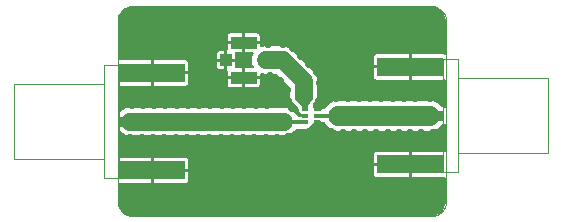
<source format=gtl>
G04 Layer_Physical_Order=1*
G04 Layer_Color=255*
%FSLAX25Y25*%
%MOIN*%
G70*
G01*
G75*
%ADD10C,0.00394*%
%ADD11R,0.01968X0.01181*%
%ADD12R,0.03937X0.03937*%
%ADD13R,0.08661X0.04134*%
%ADD14R,0.04134X0.03937*%
%ADD15R,0.22047X0.03543*%
%ADD16R,0.22047X0.06496*%
%ADD17C,0.01181*%
%ADD18C,0.05905*%
%ADD19C,0.06693*%
%ADD20C,0.02756*%
%ADD21C,0.02362*%
G36*
X655500Y139000D02*
X654500Y138000D01*
Y137500D01*
X654000Y137000D01*
Y136000D01*
X653335D01*
X652917Y135583D01*
X649500Y139000D01*
X649500Y141500D01*
X655500D01*
Y139000D01*
D02*
G37*
G36*
X658941Y131059D02*
Y131292D01*
X659588D01*
X659701Y131018D01*
X660490Y129990D01*
X661518Y129201D01*
X662715Y128705D01*
X664000Y128536D01*
X694500D01*
X695785Y128705D01*
X696982Y129201D01*
X698010Y129990D01*
X698561Y130709D01*
X699024D01*
X699414Y130786D01*
X699500Y130844D01*
X700000Y130577D01*
Y121660D01*
X699500Y121392D01*
X699414Y121450D01*
X699024Y121528D01*
X688500D01*
Y117260D01*
Y112992D01*
X699024D01*
X699414Y113070D01*
X699500Y113127D01*
X700000Y112860D01*
Y104508D01*
X699808Y103542D01*
X699431Y102632D01*
X698884Y101813D01*
X698187Y101116D01*
X697368Y100569D01*
X696458Y100192D01*
X695493Y100000D01*
X595008D01*
X594042Y100192D01*
X593132Y100569D01*
X592313Y101116D01*
X591616Y101813D01*
X591069Y102632D01*
X590692Y103542D01*
X590500Y104508D01*
Y110577D01*
X590976Y110992D01*
X601500D01*
Y115260D01*
Y119527D01*
X590976D01*
X590500Y119942D01*
Y127913D01*
X590969Y128369D01*
X591201Y128363D01*
X591271Y128271D01*
X592217Y127545D01*
X593318Y127089D01*
X594500Y126933D01*
X646000D01*
X647182Y127089D01*
X648283Y127545D01*
X649229Y128271D01*
X649886Y129127D01*
X653000D01*
X653845Y129295D01*
X654518Y129745D01*
X655500Y131000D01*
X656000Y131500D01*
Y132000D01*
X658000D01*
X658941Y131059D01*
D02*
G37*
G36*
X696458Y169808D02*
X697368Y169431D01*
X698187Y168884D01*
X698884Y168187D01*
X699431Y167368D01*
X699808Y166458D01*
X700000Y165492D01*
Y154140D01*
X699500Y153873D01*
X699414Y153930D01*
X699024Y154008D01*
X688500D01*
Y149740D01*
Y145473D01*
X699024D01*
X699414Y145550D01*
X699500Y145608D01*
X700000Y145341D01*
Y136423D01*
X699500Y136156D01*
X699414Y136214D01*
X699024Y136291D01*
X698561D01*
X698010Y137010D01*
X696982Y137799D01*
X695785Y138295D01*
X694500Y138464D01*
X664000D01*
X662715Y138295D01*
X661518Y137799D01*
X660490Y137010D01*
X659701Y135982D01*
X659588Y135708D01*
X658708D01*
X658000Y135000D01*
X656000D01*
Y135500D01*
Y136000D01*
X656000Y136435D01*
X655931Y137287D01*
X656000Y136000D01*
X655783Y136217D01*
Y137503D01*
X655659Y137717D01*
X655729Y137771D01*
X655783Y137841D01*
D01*
D01*
D01*
X656221Y138279D01*
X656442Y138610D01*
X656471Y138756D01*
X656911Y139818D01*
X657067Y141000D01*
Y145000D01*
X656911Y146182D01*
X656455Y147283D01*
X655729Y148229D01*
X655729Y148229D01*
X648729Y155229D01*
X647783Y155955D01*
X646682Y156411D01*
X645500Y156567D01*
X639882D01*
X638700Y156411D01*
X638266Y156231D01*
X637850Y156509D01*
Y157307D01*
X633000D01*
Y154721D01*
X635711D01*
X635901Y154221D01*
X635471Y153182D01*
X635315Y152000D01*
X635471Y150818D01*
X635901Y149779D01*
X635711Y149279D01*
X633000D01*
Y146693D01*
X637850D01*
Y147491D01*
X638266Y147769D01*
X638700Y147589D01*
X639882Y147433D01*
X643608D01*
X647933Y143108D01*
Y141000D01*
X648089Y139818D01*
X648529Y138756D01*
X648558Y138610D01*
X648779Y138279D01*
X649217Y137841D01*
X649271Y137771D01*
X649341Y137717D01*
X650478Y136580D01*
X650684Y136165D01*
X650684D01*
X650860Y135279D01*
X650996Y135075D01*
Y135075D01*
X651065Y134729D01*
X651271D01*
X652000Y134000D01*
X653500D01*
Y133000D01*
X650738D01*
X650196Y133542D01*
X650055D01*
X649955Y133783D01*
X649229Y134729D01*
X648283Y135455D01*
X647182Y135911D01*
X646000Y136067D01*
X594500D01*
X593318Y135911D01*
X592217Y135455D01*
X591271Y134729D01*
X591201Y134637D01*
X590969Y134631D01*
X590500Y135087D01*
Y143058D01*
X590976Y143473D01*
X601500D01*
Y147740D01*
Y152008D01*
X590976D01*
X590500Y152423D01*
Y165492D01*
X590692Y166458D01*
X591069Y167368D01*
X591616Y168187D01*
X592313Y168884D01*
X593132Y169431D01*
X594042Y169808D01*
X595008Y170000D01*
X695493D01*
X696458Y169808D01*
D02*
G37*
%LPC*%
G36*
X687500Y116760D02*
X675957D01*
Y114012D01*
X676034Y113622D01*
X676255Y113291D01*
X676586Y113070D01*
X676976Y112992D01*
X687500D01*
Y116760D01*
D02*
G37*
G36*
X614043Y114760D02*
X602500D01*
Y110992D01*
X613024D01*
X613414Y111070D01*
X613745Y111291D01*
X613966Y111622D01*
X614043Y112012D01*
Y114760D01*
D02*
G37*
G36*
X687500Y121528D02*
X676976D01*
X676586Y121450D01*
X676255Y121229D01*
X676034Y120898D01*
X675957Y120508D01*
Y117760D01*
X687500D01*
Y121528D01*
D02*
G37*
G36*
X613024Y119527D02*
X602500D01*
Y115760D01*
X614043D01*
Y118508D01*
X613966Y118898D01*
X613745Y119229D01*
X613414Y119450D01*
X613024Y119527D01*
D02*
G37*
G36*
X614043Y147240D02*
X602500D01*
Y143473D01*
X613024D01*
X613414Y143550D01*
X613745Y143771D01*
X613966Y144102D01*
X614043Y144492D01*
Y147240D01*
D02*
G37*
G36*
X637850Y145693D02*
X633000D01*
Y143106D01*
X636831D01*
X637221Y143184D01*
X637552Y143405D01*
X637773Y143736D01*
X637850Y144126D01*
Y145693D01*
D02*
G37*
G36*
X632000D02*
X627150D01*
Y144126D01*
X627227Y143736D01*
X627448Y143405D01*
X627779Y143184D01*
X628169Y143106D01*
X632000D01*
Y145693D01*
D02*
G37*
G36*
Y157307D02*
X627150D01*
Y155740D01*
X627200Y155488D01*
X627095Y155304D01*
Y152500D01*
X629583D01*
Y153969D01*
X629532Y154221D01*
X629756Y154612D01*
X629865Y154721D01*
X632000D01*
Y157307D01*
D02*
G37*
G36*
X626094Y154988D02*
X624626D01*
X624236Y154911D01*
X623905Y154690D01*
X623684Y154359D01*
X623606Y153969D01*
Y152500D01*
X626094D01*
Y154988D01*
D02*
G37*
G36*
X636831Y160894D02*
X633000D01*
Y158307D01*
X637850D01*
Y159874D01*
X637773Y160264D01*
X637552Y160595D01*
X637221Y160816D01*
X636831Y160894D01*
D02*
G37*
G36*
X632000D02*
X628169D01*
X627779Y160816D01*
X627448Y160595D01*
X627227Y160264D01*
X627150Y159874D01*
Y158307D01*
X632000D01*
Y160894D01*
D02*
G37*
G36*
X687500Y154008D02*
X676976D01*
X676586Y153930D01*
X676255Y153709D01*
X676034Y153378D01*
X675957Y152988D01*
Y150240D01*
X687500D01*
Y154008D01*
D02*
G37*
G36*
X629583Y151500D02*
X627095D01*
Y148696D01*
X627200Y148512D01*
X627150Y148260D01*
Y146693D01*
X632000D01*
Y149279D01*
X629865D01*
X629756Y149388D01*
X629532Y149779D01*
X629583Y150031D01*
Y151500D01*
D02*
G37*
G36*
X687500Y149240D02*
X675957D01*
Y146492D01*
X676034Y146102D01*
X676255Y145771D01*
X676586Y145550D01*
X676976Y145473D01*
X687500D01*
Y149240D01*
D02*
G37*
G36*
X626094Y151500D02*
X623606D01*
Y150031D01*
X623684Y149641D01*
X623905Y149311D01*
X624236Y149090D01*
X624626Y149012D01*
X626094D01*
Y151500D01*
D02*
G37*
G36*
X613024Y152008D02*
X602500D01*
Y148240D01*
X614043D01*
Y150988D01*
X613966Y151378D01*
X613745Y151709D01*
X613414Y151930D01*
X613024Y152008D01*
D02*
G37*
%LPD*%
D10*
X652500Y136165D02*
X653000Y135665D01*
X648335Y131335D02*
X648000Y131000D01*
X652500Y136165D02*
Y141000D01*
X590500Y105000D02*
X590596Y104025D01*
X590881Y103087D01*
X591343Y102222D01*
X591964Y101464D01*
X592722Y100843D01*
X593587Y100381D01*
X594524Y100096D01*
X595500Y100000D01*
X695000D02*
X695975Y100096D01*
X696913Y100381D01*
X697778Y100843D01*
X698535Y101464D01*
X699157Y102222D01*
X699619Y103087D01*
X699904Y104025D01*
X700000Y105000D01*
Y165000D02*
X699904Y165975D01*
X699619Y166913D01*
X699157Y167778D01*
X698535Y168535D01*
X697778Y169157D01*
X696913Y169619D01*
X695975Y169904D01*
X695000Y170000D01*
X595500D02*
X594524Y169904D01*
X593587Y169619D01*
X592722Y169157D01*
X591964Y168535D01*
X591343Y167778D01*
X590881Y166913D01*
X590596Y165975D01*
X590500Y165000D01*
X595500Y100000D02*
X695000D01*
X700000Y105000D02*
Y165000D01*
X595500Y170000D02*
X695000D01*
X590500Y105000D02*
Y165000D01*
X590976Y117760D02*
X612157D01*
X612157Y112760D02*
Y117760D01*
X590976Y112760D02*
Y150240D01*
X612157Y130004D02*
Y132996D01*
X590976Y130004D02*
X612157D01*
X590976Y132996D02*
X612157D01*
Y145240D02*
Y150240D01*
X590976Y145240D02*
X612157D01*
X585976Y112760D02*
X612157D01*
X585976Y150240D02*
X612157D01*
X585976Y112760D02*
Y150240D01*
X555976Y144000D02*
X585976D01*
X555976Y119000D02*
Y144000D01*
Y119000D02*
X585976D01*
X677843Y147240D02*
X699024D01*
X677843Y147240D02*
Y152240D01*
X699024Y114760D02*
Y152240D01*
X677843Y132004D02*
Y134996D01*
X699024D01*
X677843Y132004D02*
X699024D01*
X677843Y114760D02*
Y119760D01*
X677843Y119760D02*
X699024D01*
X677843Y152240D02*
X704024D01*
X677843Y114760D02*
X704024D01*
Y152240D01*
Y121000D02*
X734024D01*
Y146000D01*
X704024D02*
X734024D01*
D11*
X653000Y131335D02*
D03*
Y133500D02*
D03*
Y135665D02*
D03*
X656937D02*
D03*
Y133500D02*
D03*
Y131335D02*
D03*
D12*
X626594Y152000D02*
D03*
D13*
X632500Y146193D02*
D03*
Y157807D02*
D03*
D14*
X639882Y152000D02*
D03*
D15*
X602000Y131500D02*
D03*
X688000Y133500D02*
D03*
D16*
X602000Y147740D02*
D03*
Y115260D02*
D03*
X688000Y117260D02*
D03*
Y149740D02*
D03*
D17*
X656937Y133500D02*
X664000D01*
X648335Y131335D02*
X653000D01*
D18*
X652500Y141000D02*
Y145000D01*
X645500Y152000D02*
X652500Y145000D01*
X639882Y152000D02*
X645500D01*
X594500Y131500D02*
X602000D01*
X646000D01*
D19*
X688000Y133500D02*
X694500D01*
X664000D02*
X688000D01*
D20*
X658500Y139000D02*
D03*
X645500Y138500D02*
D03*
X648500Y136000D02*
D03*
X651000Y127000D02*
D03*
X660000Y124500D02*
D03*
X655000Y126000D02*
D03*
X661000Y142500D02*
D03*
X640000Y143000D02*
D03*
X624000Y146000D02*
D03*
X621000Y152000D02*
D03*
X624500Y158500D02*
D03*
X634500Y163500D02*
D03*
X673000Y117000D02*
D03*
X673500Y150000D02*
D03*
X617000Y115500D02*
D03*
X617500Y148000D02*
D03*
X640260Y136903D02*
D03*
X636504D02*
D03*
X632748D02*
D03*
X628992D02*
D03*
X625236D02*
D03*
X621481D02*
D03*
X617725D02*
D03*
X613969D02*
D03*
X610213D02*
D03*
X606457D02*
D03*
X602701D02*
D03*
X598945D02*
D03*
X595189D02*
D03*
X594797Y126097D02*
D03*
X598553D02*
D03*
X602308D02*
D03*
X606064D02*
D03*
X609820D02*
D03*
X613576D02*
D03*
X617332D02*
D03*
X621088D02*
D03*
X624844D02*
D03*
X628600D02*
D03*
X632356D02*
D03*
X636112D02*
D03*
X639867D02*
D03*
X643623D02*
D03*
X647373Y126316D02*
D03*
X640693Y157403D02*
D03*
X641289Y146597D02*
D03*
X644741Y145118D02*
D03*
X647097Y142193D02*
D03*
X657903Y144267D02*
D03*
X657025Y147919D02*
D03*
X654469Y150671D02*
D03*
X651814Y153327D02*
D03*
X649139Y155964D02*
D03*
X645657Y157372D02*
D03*
X689748Y139300D02*
D03*
X685992D02*
D03*
X682236D02*
D03*
X678480D02*
D03*
X674724D02*
D03*
X670969D02*
D03*
X667213D02*
D03*
X663457Y139249D02*
D03*
X661777Y128174D02*
D03*
X665503Y127700D02*
D03*
X669259D02*
D03*
X673015D02*
D03*
X676771D02*
D03*
X680527D02*
D03*
X684283D02*
D03*
X688039D02*
D03*
X691794D02*
D03*
X695549Y127817D02*
D03*
X694657Y139269D02*
D03*
D21*
X685039Y106299D02*
D03*
X673228Y153543D02*
D03*
Y106299D02*
D03*
X661417Y153543D02*
D03*
X667323Y118110D02*
D03*
X661417Y106299D02*
D03*
X655512Y118110D02*
D03*
X649606Y106299D02*
D03*
X643701Y118110D02*
D03*
X637795Y106299D02*
D03*
X631890Y141732D02*
D03*
Y118110D02*
D03*
X625984Y106299D02*
D03*
X614173Y153543D02*
D03*
X620079Y141732D02*
D03*
Y118110D02*
D03*
X614173Y106299D02*
D03*
X602362Y153543D02*
D03*
X608267Y141732D02*
D03*
X602362Y106299D02*
D03*
M02*

</source>
